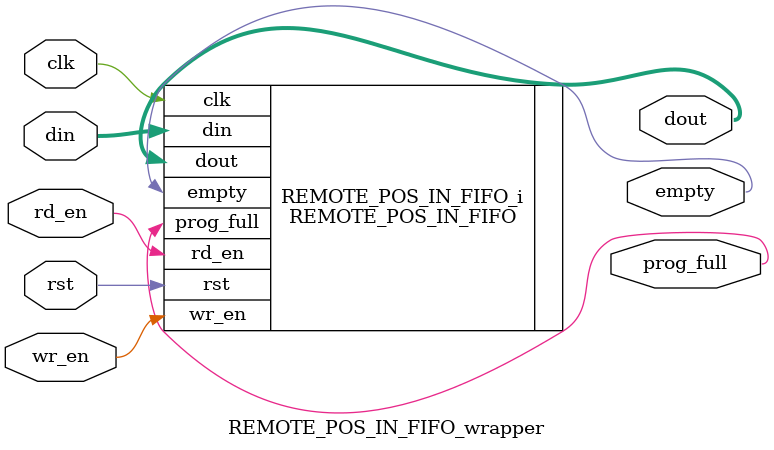
<source format=v>
`timescale 1 ps / 1 ps

module REMOTE_POS_IN_FIFO_wrapper
   (clk,
    din,
    dout,
    empty,
    prog_full,
    rd_en,
    rst,
    wr_en);
  input clk;
  input [511:0]din;
  output [511:0]dout;
  output empty;
  output prog_full;
  input rd_en;
  input rst;
  input wr_en;

  wire clk;
  wire [511:0]din;
  wire [511:0]dout;
  wire empty;
  wire prog_full;
  wire rd_en;
  wire rst;
  wire wr_en;

  REMOTE_POS_IN_FIFO REMOTE_POS_IN_FIFO_i
       (.clk(clk),
        .din(din),
        .dout(dout),
        .empty(empty),
        .prog_full(prog_full),
        .rd_en(rd_en),
        .rst(rst),
        .wr_en(wr_en));
endmodule

</source>
